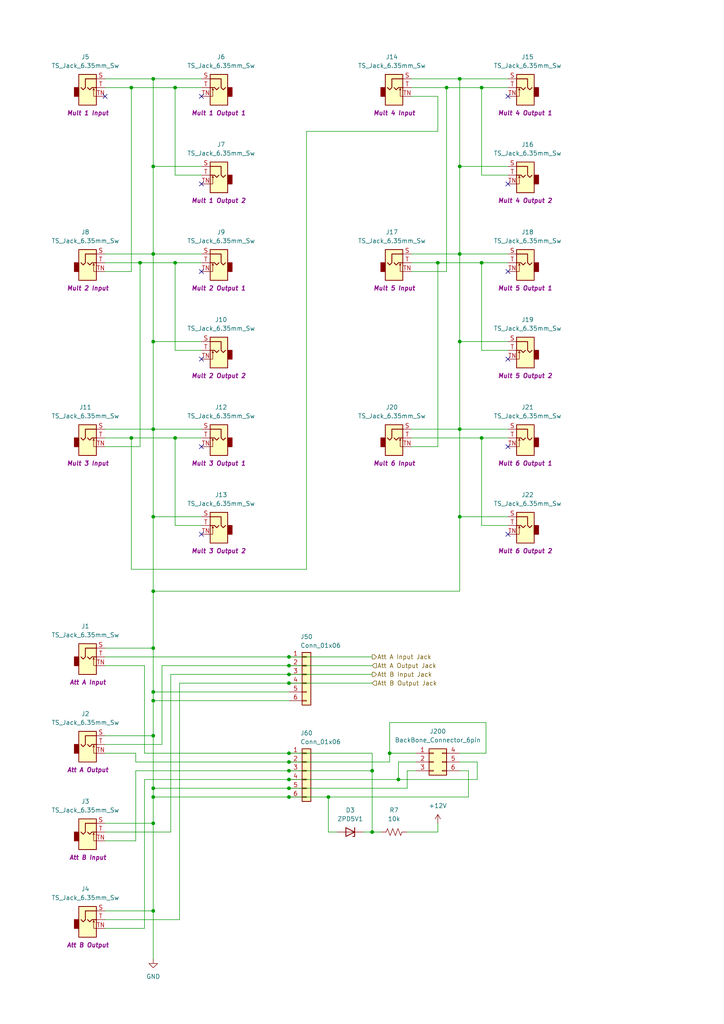
<source format=kicad_sch>
(kicad_sch (version 20231120) (generator "eeschema") (generator_version "8.0")
  (paper "A4" portrait)
  (title_block (company "DMH Instruments") (comment 1 "PCB for 5 cm Kosmo format synthesizer module"))
  (lib_symbols
    (symbol "Connector_Generic:Conn_01x06" (pin_names (offset 1.016) hide)
      (property "Reference" "J" (at 0 7.62 0))
      (property "Value" "Conn_01x06" (at 0 -10.16 0))
      (symbol "Conn_01x06_1_1"
        (rectangle (start -1.27 -7.493) (end 0 -7.747) (stroke (width 0.1524)))
        (rectangle (start -1.27 -4.953) (end 0 -5.207) (stroke (width 0.1524)))
        (rectangle (start -1.27 -2.413) (end 0 -2.667) (stroke (width 0.1524)))
        (rectangle (start -1.27 0.127) (end 0 -0.127) (stroke (width 0.1524)))
        (rectangle (start -1.27 2.667) (end 0 2.413) (stroke (width 0.1524)))
        (rectangle (start -1.27 5.207) (end 0 4.953) (stroke (width 0.1524)))
        (rectangle (start -1.27 6.35) (end 1.27 -8.89) (stroke (width 0.254)) (fill (type background)))
        (pin passive line (at -5.08 5.08 0) (length 3.81) (name "Pin_1") (number "1"))
        (pin passive line (at -5.08 2.54 0) (length 3.81) (name "Pin_2") (number "2"))
        (pin passive line (at -5.08 0 0) (length 3.81) (name "Pin_3") (number "3"))
        (pin passive line (at -5.08 -2.54 0) (length 3.81) (name "Pin_4") (number "4"))
        (pin passive line (at -5.08 -5.08 0) (length 3.81) (name "Pin_5") (number "5"))
        (pin passive line (at -5.08 -7.62 0) (length 3.81) (name "Pin_6") (number "6"))
      )
    )
    (symbol "Device:R_US" (pin_numbers hide) (pin_names (offset 0))
      (property "Reference" "R" (at 2.54 0 90))
      (property "Value" "R_US" (at -2.54 0 90))
      (symbol "R_US_0_1"
        (polyline (pts (xy 0 -2.286) (xy 0 -2.54)))
        (polyline (pts (xy 0 2.286) (xy 0 2.54)))
        (polyline (pts (xy 0 -0.762) (xy 1.016 -1.143) (xy 0 -1.524) (xy -1.016 -1.905) (xy 0 -2.286)))
        (polyline (pts (xy 0 0.762) (xy 1.016 0.381) (xy 0 0) (xy -1.016 -0.381) (xy 0 -0.762)))
        (polyline (pts (xy 0 2.286) (xy 1.016 1.905) (xy 0 1.524) (xy -1.016 1.143) (xy 0 0.762)))
      )
      (symbol "R_US_1_1"
        (pin passive line (at 0 3.81 270) (length 1.27) (name "~") (number "1"))
        (pin passive line (at 0 -3.81 90) (length 1.27) (name "~") (number "2"))
      )
    )
    (symbol "Diode:ZPDxx" (pin_numbers hide) (pin_names hide)
      (property "Reference" "D" (at 0 2.54 0))
      (property "Value" "ZPDxx" (at 0 -2.54 0))
      (symbol "ZPDxx_0_1"
        (polyline (pts (xy 1.27 0) (xy -1.27 0)))
        (polyline (pts (xy -1.27 -1.27) (xy -1.27 1.27) (xy -0.762 1.27)) (stroke (width 0.254)))
        (polyline (pts (xy 1.27 -1.27) (xy 1.27 1.27) (xy -1.27 0) (xy 1.27 -1.27)) (stroke (width 0.254)))
      )
      (symbol "ZPDxx_1_1"
        (pin passive line (at -3.81 0 0) (length 2.54) (name "K") (number "1"))
        (pin passive line (at 3.81 0 180) (length 2.54) (name "A") (number "2"))
      )
    )
    (symbol "SynthStuff:BackBone_Connector_6pin" (pin_names (offset 1.016) hide)
      (property "Reference" "J" (at 1.27 5.08 0))
      (property "Value" "BackBone_Connector_6pin" (at 1.27 -5.08 0))
      (symbol "BackBone_Connector_6pin_1_1"
        (rectangle (start -1.27 -2.413) (end 0 -2.667) (stroke (width 0.1524)))
        (rectangle (start -1.27 0.127) (end 0 -0.127) (stroke (width 0.1524)))
        (rectangle (start -1.27 2.667) (end 0 2.413) (stroke (width 0.1524)))
        (rectangle (start -1.27 3.81) (end 3.81 -3.81) (stroke (width 0.254)) (fill (type background)))
        (rectangle (start 3.81 -2.413) (end 2.54 -2.667) (stroke (width 0.1524)))
        (rectangle (start 3.81 0.127) (end 2.54 -0.127) (stroke (width 0.1524)))
        (rectangle (start 3.81 2.667) (end 2.54 2.413) (stroke (width 0.1524)))
        (pin passive line (at -5.08 2.54 0) (length 3.81) (name "Pin_1") (number "1"))
        (pin passive line (at -5.08 0 0) (length 3.81) (name "Pin_2") (number "2"))
        (pin passive line (at -5.08 -2.54 0) (length 3.81) (name "Pin_3") (number "3"))
        (pin passive line (at 7.62 2.54 180) (length 3.81) (name "Pin_4") (number "4"))
        (pin passive line (at 7.62 0 180) (length 3.81) (name "Pin_5") (number "5"))
        (pin passive line (at 7.62 -2.54 180) (length 3.81) (name "Pin_6") (number "6"))
      )
    )
    (symbol "SynthStuff:TS_Jack_6.35mm_Sw"
      (property "Reference" "J" (at -0.635 8.89 0))
      (property "Value" "TS_Jack_6.35mm_Sw" (at -0.635 6.35 0))
      (symbol "TS_Jack_6.35mm_Sw_0_1"
        (rectangle (start -2.54 0) (end -3.81 -2.54) (stroke (width 0.254)) (fill (type outline)))
        (polyline (pts (xy 1.778 -0.254) (xy 2.032 -0.762)))
        (polyline (pts (xy 0 0) (xy 0.635 -0.635) (xy 1.27 0) (xy 2.54 0)) (stroke (width 0.254)))
        (polyline (pts (xy 2.54 -2.54) (xy 1.778 -2.54) (xy 1.778 -0.254) (xy 1.524 -0.762)))
        (polyline (pts (xy 2.54 2.54) (xy -0.635 2.54) (xy -0.635 0) (xy -1.27 -0.635) (xy -1.905 0)) (stroke (width 0.254)))
        (rectangle (start 2.54 3.81) (end -2.54 -5.08) (stroke (width 0.254)) (fill (type background)))
      )
      (symbol "TS_Jack_6.35mm_Sw_1_1"
        (pin passive line (at 5.08 2.54 180) (length 2.54) (name "~") (number "S"))
        (pin passive line (at 5.08 0 180) (length 2.54) (name "~") (number "T"))
        (pin passive line (at 5.08 -2.54 180) (length 2.54) (name "~") (number "TN"))
      )
    )
    (symbol "power:+12V" (power) (pin_numbers hide) (pin_names (offset 0) hide)
      (property "Value" "+12V" (at 0 3.556 0))
      (symbol "+12V_0_1"
        (polyline (pts (xy -0.762 1.27) (xy 0 2.54)))
        (polyline (pts (xy 0 0) (xy 0 2.54)))
        (polyline (pts (xy 0 2.54) (xy 0.762 1.27)))
      )
      (symbol "+12V_1_1"
        (pin power_in line (at 0 0 90) (length 0) (name "~") (number "1"))
      )
    )
    (symbol "power:GND" (power) (pin_numbers hide) (pin_names (offset 0) hide)
      (property "Value" "GND" (at 0 -3.81 0))
      (symbol "GND_0_1"
        (polyline (pts (xy 0 0) (xy 0 -1.27) (xy 1.27 -1.27) (xy 0 -2.54) (xy -1.27 -1.27) (xy 0 -1.27)))
      )
      (symbol "GND_1_1"
        (pin power_in line (at 0 0 270) (length 0) (name "~") (number "1"))
      )
    )
  )
  (junction (at 44.45 187.96))
  (junction (at 139.7 127))
  (junction (at 44.45 124.46))
  (junction (at 44.45 200.66))
  (junction (at 113.03 218.44))
  (junction (at 127 76.2))
  (junction (at 83.82 198.12))
  (junction (at 44.45 213.36))
  (junction (at 83.82 228.6))
  (junction (at 139.7 25.4))
  (junction (at 129.54 25.4))
  (junction (at 139.7 76.2))
  (junction (at 133.35 124.46))
  (junction (at 95.25 231.14))
  (junction (at 44.45 228.6))
  (junction (at 44.45 149.86))
  (junction (at 38.1 127))
  (junction (at 44.45 171.45))
  (junction (at 38.1 25.4))
  (junction (at 107.95 241.3))
  (junction (at 133.35 99.06))
  (junction (at 133.35 48.26))
  (junction (at 50.8 25.4))
  (junction (at 50.8 127))
  (junction (at 83.82 220.98))
  (junction (at 133.35 149.86))
  (junction (at 44.45 231.14))
  (junction (at 107.95 223.52))
  (junction (at 44.45 99.06))
  (junction (at 83.82 195.58))
  (junction (at 44.45 73.66))
  (junction (at 115.57 226.06))
  (junction (at 50.8 76.2))
  (junction (at 40.64 76.2))
  (junction (at 83.82 218.44))
  (junction (at 83.82 223.52))
  (junction (at 44.45 203.2))
  (junction (at 44.45 264.16))
  (junction (at 83.82 231.14))
  (junction (at 83.82 190.5))
  (junction (at 133.35 73.66))
  (junction (at 44.45 238.76))
  (junction (at 44.45 22.86))
  (junction (at 133.35 22.86))
  (junction (at 83.82 193.04))
  (junction (at 83.82 226.06))
  (junction (at 44.45 48.26))
  (no_connect (at 58.42 104.14))
  (no_connect (at 147.32 154.94))
  (no_connect (at 58.42 53.34))
  (no_connect (at 147.32 53.34))
  (no_connect (at 147.32 27.94))
  (no_connect (at 58.42 78.74))
  (no_connect (at 58.42 129.54))
  (no_connect (at 147.32 78.74))
  (no_connect (at 147.32 104.14))
  (no_connect (at 58.42 27.94))
  (no_connect (at 30.48 27.94))
  (no_connect (at 147.32 129.54))
  (no_connect (at 58.42 154.94))
  (wire (pts (xy 44.45 48.26) (xy 44.45 22.86)))
  (wire (pts (xy 50.8 127) (xy 58.42 127)))
  (wire (pts (xy 118.11 228.6) (xy 118.11 223.52)))
  (wire (pts (xy 30.48 264.16) (xy 44.45 264.16)))
  (wire (pts (xy 115.57 226.06) (xy 115.57 220.98)))
  (wire (pts (xy 30.48 25.4) (xy 38.1 25.4)))
  (wire (pts (xy 38.1 165.1) (xy 88.9 165.1)))
  (wire (pts (xy 83.82 218.44) (xy 107.95 218.44)))
  (wire (pts (xy 133.35 99.06) (xy 133.35 124.46)))
  (wire (pts (xy 41.91 193.04) (xy 41.91 218.44)))
  (wire (pts (xy 44.45 124.46) (xy 44.45 99.06)))
  (wire (pts (xy 139.7 127) (xy 147.32 127)))
  (wire (pts (xy 119.38 124.46) (xy 133.35 124.46)))
  (wire (pts (xy 95.25 241.3) (xy 95.25 231.14)))
  (wire (pts (xy 83.82 195.58) (xy 107.95 195.58)))
  (wire (pts (xy 38.1 25.4) (xy 50.8 25.4)))
  (wire (pts (xy 139.7 101.6) (xy 139.7 76.2)))
  (wire (pts (xy 44.45 149.86) (xy 44.45 171.45)))
  (wire (pts (xy 133.35 171.45) (xy 44.45 171.45)))
  (wire (pts (xy 50.8 25.4) (xy 58.42 25.4)))
  (wire (pts (xy 44.45 231.14) (xy 83.82 231.14)))
  (wire (pts (xy 133.35 48.26) (xy 133.35 22.86)))
  (wire (pts (xy 49.53 241.3) (xy 49.53 195.58)))
  (wire (pts (xy 83.82 231.14) (xy 95.25 231.14)))
  (wire (pts (xy 83.82 226.06) (xy 115.57 226.06)))
  (wire (pts (xy 44.45 228.6) (xy 44.45 231.14)))
  (wire (pts (xy 44.45 171.45) (xy 44.45 187.96)))
  (wire (pts (xy 129.54 25.4) (xy 129.54 78.74)))
  (wire (pts (xy 50.8 101.6) (xy 50.8 76.2)))
  (wire (pts (xy 118.11 223.52) (xy 120.65 223.52)))
  (wire (pts (xy 133.35 149.86) (xy 133.35 171.45)))
  (wire (pts (xy 44.45 203.2) (xy 83.82 203.2)))
  (wire (pts (xy 138.43 226.06) (xy 138.43 220.98)))
  (wire (pts (xy 115.57 226.06) (xy 138.43 226.06)))
  (wire (pts (xy 119.38 25.4) (xy 129.54 25.4)))
  (wire (pts (xy 118.11 241.3) (xy 127 241.3)))
  (wire (pts (xy 58.42 124.46) (xy 44.45 124.46)))
  (wire (pts (xy 30.48 78.74) (xy 38.1 78.74)))
  (wire (pts (xy 119.38 129.54) (xy 127 129.54)))
  (wire (pts (xy 30.48 266.7) (xy 52.07 266.7)))
  (wire (pts (xy 113.03 218.44) (xy 120.65 218.44)))
  (wire (pts (xy 58.42 152.4) (xy 50.8 152.4)))
  (wire (pts (xy 113.03 209.55) (xy 140.97 209.55)))
  (wire (pts (xy 119.38 127) (xy 139.7 127)))
  (wire (pts (xy 41.91 226.06) (xy 83.82 226.06)))
  (wire (pts (xy 139.7 50.8) (xy 139.7 25.4)))
  (wire (pts (xy 140.97 218.44) (xy 133.35 218.44)))
  (wire (pts (xy 41.91 218.44) (xy 83.82 218.44)))
  (wire (pts (xy 83.82 190.5) (xy 107.95 190.5)))
  (wire (pts (xy 147.32 50.8) (xy 139.7 50.8)))
  (wire (pts (xy 135.89 223.52) (xy 135.89 231.14)))
  (wire (pts (xy 58.42 73.66) (xy 44.45 73.66)))
  (wire (pts (xy 83.82 193.04) (xy 46.99 193.04)))
  (wire (pts (xy 38.1 127) (xy 50.8 127)))
  (wire (pts (xy 115.57 220.98) (xy 120.65 220.98)))
  (wire (pts (xy 30.48 218.44) (xy 39.37 218.44)))
  (wire (pts (xy 139.7 25.4) (xy 147.32 25.4)))
  (wire (pts (xy 52.07 266.7) (xy 52.07 198.12)))
  (wire (pts (xy 133.35 124.46) (xy 147.32 124.46)))
  (wire (pts (xy 40.64 76.2) (xy 50.8 76.2)))
  (wire (pts (xy 97.79 241.3) (xy 95.25 241.3)))
  (wire (pts (xy 39.37 220.98) (xy 83.82 220.98)))
  (wire (pts (xy 119.38 76.2) (xy 127 76.2)))
  (wire (pts (xy 127 27.94) (xy 127 38.1)))
  (wire (pts (xy 30.48 124.46) (xy 44.45 124.46)))
  (wire (pts (xy 88.9 38.1) (xy 127 38.1)))
  (wire (pts (xy 113.03 220.98) (xy 113.03 218.44)))
  (wire (pts (xy 107.95 241.3) (xy 110.49 241.3)))
  (wire (pts (xy 49.53 195.58) (xy 83.82 195.58)))
  (wire (pts (xy 133.35 99.06) (xy 133.35 73.66)))
  (wire (pts (xy 40.64 129.54) (xy 40.64 76.2)))
  (wire (pts (xy 105.41 241.3) (xy 107.95 241.3)))
  (wire (pts (xy 58.42 50.8) (xy 50.8 50.8)))
  (wire (pts (xy 30.48 190.5) (xy 83.82 190.5)))
  (wire (pts (xy 50.8 152.4) (xy 50.8 127)))
  (wire (pts (xy 30.48 193.04) (xy 41.91 193.04)))
  (wire (pts (xy 107.95 223.52) (xy 83.82 223.52)))
  (wire (pts (xy 44.45 99.06) (xy 44.45 73.66)))
  (wire (pts (xy 38.1 127) (xy 38.1 165.1)))
  (wire (pts (xy 30.48 76.2) (xy 40.64 76.2)))
  (wire (pts (xy 119.38 73.66) (xy 133.35 73.66)))
  (wire (pts (xy 39.37 218.44) (xy 39.37 220.98)))
  (wire (pts (xy 133.35 124.46) (xy 133.35 149.86)))
  (wire (pts (xy 119.38 78.74) (xy 129.54 78.74)))
  (wire (pts (xy 30.48 22.86) (xy 44.45 22.86)))
  (wire (pts (xy 133.35 48.26) (xy 133.35 73.66)))
  (wire (pts (xy 147.32 101.6) (xy 139.7 101.6)))
  (wire (pts (xy 58.42 99.06) (xy 44.45 99.06)))
  (wire (pts (xy 44.45 238.76) (xy 44.45 264.16)))
  (wire (pts (xy 38.1 25.4) (xy 38.1 78.74)))
  (wire (pts (xy 107.95 223.52) (xy 107.95 218.44)))
  (wire (pts (xy 147.32 99.06) (xy 133.35 99.06)))
  (wire (pts (xy 44.45 203.2) (xy 44.45 213.36)))
  (wire (pts (xy 140.97 209.55) (xy 140.97 218.44)))
  (wire (pts (xy 119.38 27.94) (xy 127 27.94)))
  (wire (pts (xy 139.7 76.2) (xy 147.32 76.2)))
  (wire (pts (xy 58.42 101.6) (xy 50.8 101.6)))
  (wire (pts (xy 30.48 215.9) (xy 46.99 215.9)))
  (wire (pts (xy 127 241.3) (xy 127 238.76)))
  (wire (pts (xy 30.48 73.66) (xy 44.45 73.66)))
  (wire (pts (xy 83.82 228.6) (xy 118.11 228.6)))
  (wire (pts (xy 44.45 213.36) (xy 44.45 228.6)))
  (wire (pts (xy 50.8 76.2) (xy 58.42 76.2)))
  (wire (pts (xy 39.37 243.84) (xy 39.37 223.52)))
  (wire (pts (xy 44.45 149.86) (xy 44.45 124.46)))
  (wire (pts (xy 127 76.2) (xy 127 129.54)))
  (wire (pts (xy 44.45 231.14) (xy 44.45 238.76)))
  (wire (pts (xy 133.35 22.86) (xy 147.32 22.86)))
  (wire (pts (xy 58.42 48.26) (xy 44.45 48.26)))
  (wire (pts (xy 83.82 220.98) (xy 113.03 220.98)))
  (wire (pts (xy 147.32 48.26) (xy 133.35 48.26)))
  (wire (pts (xy 50.8 50.8) (xy 50.8 25.4)))
  (wire (pts (xy 30.48 187.96) (xy 44.45 187.96)))
  (wire (pts (xy 88.9 165.1) (xy 88.9 38.1)))
  (wire (pts (xy 127 76.2) (xy 139.7 76.2)))
  (wire (pts (xy 44.45 73.66) (xy 44.45 48.26)))
  (wire (pts (xy 44.45 264.16) (xy 44.45 278.13)))
  (wire (pts (xy 39.37 223.52) (xy 83.82 223.52)))
  (wire (pts (xy 113.03 218.44) (xy 113.03 209.55)))
  (wire (pts (xy 52.07 198.12) (xy 83.82 198.12)))
  (wire (pts (xy 129.54 25.4) (xy 139.7 25.4)))
  (wire (pts (xy 58.42 149.86) (xy 44.45 149.86)))
  (wire (pts (xy 138.43 220.98) (xy 133.35 220.98)))
  (wire (pts (xy 44.45 187.96) (xy 44.45 200.66)))
  (wire (pts (xy 107.95 241.3) (xy 107.95 223.52)))
  (wire (pts (xy 41.91 269.24) (xy 41.91 226.06)))
  (wire (pts (xy 133.35 223.52) (xy 135.89 223.52)))
  (wire (pts (xy 46.99 193.04) (xy 46.99 215.9)))
  (wire (pts (xy 30.48 129.54) (xy 40.64 129.54)))
  (wire (pts (xy 30.48 213.36) (xy 44.45 213.36)))
  (wire (pts (xy 133.35 73.66) (xy 147.32 73.66)))
  (wire (pts (xy 83.82 198.12) (xy 107.95 198.12)))
  (wire (pts (xy 30.48 243.84) (xy 39.37 243.84)))
  (wire (pts (xy 119.38 22.86) (xy 133.35 22.86)))
  (wire (pts (xy 139.7 152.4) (xy 139.7 127)))
  (wire (pts (xy 30.48 127) (xy 38.1 127)))
  (wire (pts (xy 44.45 200.66) (xy 44.45 203.2)))
  (wire (pts (xy 30.48 241.3) (xy 49.53 241.3)))
  (wire (pts (xy 44.45 22.86) (xy 58.42 22.86)))
  (wire (pts (xy 30.48 238.76) (xy 44.45 238.76)))
  (wire (pts (xy 133.35 149.86) (xy 147.32 149.86)))
  (wire (pts (xy 83.82 193.04) (xy 107.95 193.04)))
  (wire (pts (xy 95.25 231.14) (xy 135.89 231.14)))
  (wire (pts (xy 147.32 152.4) (xy 139.7 152.4)))
  (wire (pts (xy 44.45 200.66) (xy 83.82 200.66)))
  (wire (pts (xy 44.45 228.6) (xy 83.82 228.6)))
  (wire (pts (xy 30.48 269.24) (xy 41.91 269.24)))
  (hierarchical_label "Att A Input Jack" (shape output) (at 107.95 190.5 0))
  (hierarchical_label "Att B Output Jack" (shape input) (at 107.95 198.12 0))
  (hierarchical_label "Att B Input Jack" (shape output) (at 107.95 195.58 0))
  (hierarchical_label "Att A Output Jack" (shape input) (at 107.95 193.04 0))
  (symbol (lib_id "SynthStuff:TS_Jack_6.35mm_Sw") (at 25.4 190.5 0) (unit 1) (on_board no)
    (property "Reference" "J1" (at 24.765 181.61 0))
    (property "Value" "TS_Jack_6.35mm_Sw" (at 24.765 184.15 0))
    (property "Footprint" "SynthStuff:CUI_MJ-63052A" (effects (hide yes)))
    (property "Description" "Audio Jack, 2 Poles (Mono / TS), Switched T Pole (Normalling), 6.35mm, 1/4inch" (effects (hide yes)))
    (property "Function" "Att A Input" (at 25.4 197.866 0) (effects (font (thickness 0.254) (bold yes) (italic yes))))
  )
  (symbol (lib_id "SynthStuff:TS_Jack_6.35mm_Sw") (at 63.5 127 0) (mirror y) (unit 1) (on_board no)
    (property "Reference" "J12" (at 64.135 118.11 0))
    (property "Value" "TS_Jack_6.35mm_Sw" (at 64.135 120.65 0))
    (property "Footprint" "SynthStuff:CUI_MJ-63052A" (effects (hide yes)))
    (property "Description" "Audio Jack, 2 Poles (Mono / TS), Switched T Pole (Normalling), 6.35mm, 1/4inch" (effects (hide yes)))
    (property "Function" "Mult 3 Output 1" (at 63.5 134.366 0) (effects (font (thickness 0.254) (bold yes) (italic yes))))
  )
  (symbol (lib_id "Connector_Generic:Conn_01x06") (at 88.9 195.58 0) (unit 1)
    (property "Reference" "J50" (at 87.122 184.658 0) (effects (justify left)))
    (property "Value" "Conn_01x06" (at 87.122 187.198 0) (effects (justify left)))
    (property "Footprint" "Connector_PinSocket_2.54mm:PinSocket_1x06_P2.54mm_Vertical" (effects (hide yes)))
    (property "Description" "Generic connector, single row, 01x06, script generated (kicad-library-utils/schlib/autogen/connector/)" (effects (hide yes)))
  )
  (symbol (lib_id "SynthStuff:TS_Jack_6.35mm_Sw") (at 152.4 101.6 0) (mirror y) (unit 1) (on_board no)
    (property "Reference" "J19" (at 153.035 92.71 0))
    (property "Value" "TS_Jack_6.35mm_Sw" (at 153.035 95.25 0))
    (property "Footprint" "SynthStuff:CUI_MJ-63052A" (effects (hide yes)))
    (property "Description" "Audio Jack, 2 Poles (Mono / TS), Switched T Pole (Normalling), 6.35mm, 1/4inch" (effects (hide yes)))
    (property "Function" "Mult 5 Output 2" (at 152.4 108.966 0) (effects (font (thickness 0.254) (bold yes) (italic yes))))
  )
  (symbol (lib_id "power:GND") (at 44.45 278.13 0) (unit 1)
    (property "Reference" "#PWR03" (effects (hide yes)))
    (property "Value" "GND" (at 44.45 283.21 0))
    (property "Description" "Power symbol creates a global label with name \"GND\" , ground" (effects (hide yes)))
  )
  (symbol (lib_id "SynthStuff:TS_Jack_6.35mm_Sw") (at 25.4 241.3 0) (unit 1) (on_board no)
    (property "Reference" "J3" (at 24.765 232.41 0))
    (property "Value" "TS_Jack_6.35mm_Sw" (at 24.765 234.95 0))
    (property "Footprint" "SynthStuff:CUI_MJ-63052A" (effects (hide yes)))
    (property "Description" "Audio Jack, 2 Poles (Mono / TS), Switched T Pole (Normalling), 6.35mm, 1/4inch" (effects (hide yes)))
    (property "Function" "Att B Input" (at 25.4 248.666 0) (effects (font (thickness 0.254) (bold yes) (italic yes))))
  )
  (symbol (lib_id "Device:R_US") (at 114.3 241.3 90) (unit 1)
    (property "Reference" "R7" (at 114.3 234.95 90))
    (property "Value" "10k" (at 114.3 237.49 90))
    (property "Footprint" "Resistor_THT:R_Axial_DIN0207_L6.3mm_D2.5mm_P7.62mm_Horizontal" (effects (hide yes)))
    (property "Description" "Resistor, US symbol" (effects (hide yes)))
  )
  (symbol (lib_id "Diode:ZPDxx") (at 101.6 241.3 180) (unit 1)
    (property "Reference" "D3" (at 101.6 234.95 0))
    (property "Value" "ZPD5V1" (at 101.6 237.49 0))
    (property "Footprint" "Diode_THT:D_DO-35_SOD27_P7.62mm_Horizontal" (effects (hide yes)))
    (property "Datasheet" "http://diotec.com/tl_files/diotec/files/pdf/datasheets/zpd1" (effects (hide yes)))
    (property "Description" "500mW Zener Diode, DO-35" (effects (hide yes)))
  )
  (symbol (lib_id "SynthStuff:TS_Jack_6.35mm_Sw") (at 63.5 25.4 0) (mirror y) (unit 1) (on_board no)
    (property "Reference" "J6" (at 64.135 16.51 0))
    (property "Value" "TS_Jack_6.35mm_Sw" (at 64.135 19.05 0))
    (property "Footprint" "SynthStuff:CUI_MJ-63052A" (effects (hide yes)))
    (property "Description" "Audio Jack, 2 Poles (Mono / TS), Switched T Pole (Normalling), 6.35mm, 1/4inch" (effects (hide yes)))
    (property "Function" "Mult 1 Output 1" (at 63.5 32.766 0) (effects (font (thickness 0.254) (bold yes) (italic yes))))
  )
  (symbol (lib_id "SynthStuff:TS_Jack_6.35mm_Sw") (at 114.3 127 0) (unit 1) (on_board no)
    (property "Reference" "J20" (at 113.665 118.11 0))
    (property "Value" "TS_Jack_6.35mm_Sw" (at 113.665 120.65 0))
    (property "Footprint" "SynthStuff:CUI_MJ-63052A" (effects (hide yes)))
    (property "Description" "Audio Jack, 2 Poles (Mono / TS), Switched T Pole (Normalling), 6.35mm, 1/4inch" (effects (hide yes)))
    (property "Function" "Mult 6 Input" (at 114.3 134.366 0) (effects (font (thickness 0.254) (bold yes) (italic yes))))
  )
  (symbol (lib_id "SynthStuff:TS_Jack_6.35mm_Sw") (at 152.4 25.4 0) (mirror y) (unit 1) (on_board no)
    (property "Reference" "J15" (at 153.035 16.51 0))
    (property "Value" "TS_Jack_6.35mm_Sw" (at 153.035 19.05 0))
    (property "Footprint" "SynthStuff:CUI_MJ-63052A" (effects (hide yes)))
    (property "Description" "Audio Jack, 2 Poles (Mono / TS), Switched T Pole (Normalling), 6.35mm, 1/4inch" (effects (hide yes)))
    (property "Function" "Mult 4 Output 1" (at 152.4 32.766 0) (effects (font (thickness 0.254) (bold yes) (italic yes))))
  )
  (symbol (lib_id "SynthStuff:TS_Jack_6.35mm_Sw") (at 63.5 76.2 0) (mirror y) (unit 1) (on_board no)
    (property "Reference" "J9" (at 64.135 67.31 0))
    (property "Value" "TS_Jack_6.35mm_Sw" (at 64.135 69.85 0))
    (property "Footprint" "SynthStuff:CUI_MJ-63052A" (effects (hide yes)))
    (property "Description" "Audio Jack, 2 Poles (Mono / TS), Switched T Pole (Normalling), 6.35mm, 1/4inch" (effects (hide yes)))
    (property "Function" "Mult 2 Output 1" (at 63.5 83.566 0) (effects (font (thickness 0.254) (bold yes) (italic yes))))
  )
  (symbol (lib_id "power:+12V") (at 127 238.76 0) (unit 1)
    (property "Reference" "#PWR04" (effects (hide yes)))
    (property "Value" "+12V" (at 127 233.68 0))
    (property "Description" "Power symbol creates a global label with name \"+12V\"" (effects (hide yes)))
  )
  (symbol (lib_id "SynthStuff:TS_Jack_6.35mm_Sw") (at 152.4 127 0) (mirror y) (unit 1) (on_board no)
    (property "Reference" "J21" (at 153.035 118.11 0))
    (property "Value" "TS_Jack_6.35mm_Sw" (at 153.035 120.65 0))
    (property "Footprint" "SynthStuff:CUI_MJ-63052A" (effects (hide yes)))
    (property "Description" "Audio Jack, 2 Poles (Mono / TS), Switched T Pole (Normalling), 6.35mm, 1/4inch" (effects (hide yes)))
    (property "Function" "Mult 6 Output 1" (at 152.4 134.366 0) (effects (font (thickness 0.254) (bold yes) (italic yes))))
  )
  (symbol (lib_id "SynthStuff:TS_Jack_6.35mm_Sw") (at 25.4 25.4 0) (unit 1) (on_board no)
    (property "Reference" "J5" (at 24.765 16.51 0))
    (property "Value" "TS_Jack_6.35mm_Sw" (at 24.765 19.05 0))
    (property "Footprint" "SynthStuff:CUI_MJ-63052A" (effects (hide yes)))
    (property "Description" "Audio Jack, 2 Poles (Mono / TS), Switched T Pole (Normalling), 6.35mm, 1/4inch" (effects (hide yes)))
    (property "Function" "Mult 1 Input" (at 25.4 32.766 0) (effects (font (thickness 0.254) (bold yes) (italic yes))))
  )
  (symbol (lib_id "SynthStuff:TS_Jack_6.35mm_Sw") (at 63.5 50.8 0) (mirror y) (unit 1) (on_board no)
    (property "Reference" "J7" (at 64.135 41.91 0))
    (property "Value" "TS_Jack_6.35mm_Sw" (at 64.135 44.45 0))
    (property "Footprint" "SynthStuff:CUI_MJ-63052A" (effects (hide yes)))
    (property "Description" "Audio Jack, 2 Poles (Mono / TS), Switched T Pole (Normalling), 6.35mm, 1/4inch" (effects (hide yes)))
    (property "Function" "Mult 1 Output 2" (at 63.5 58.166 0) (effects (font (thickness 0.254) (bold yes) (italic yes))))
  )
  (symbol (lib_id "SynthStuff:TS_Jack_6.35mm_Sw") (at 63.5 101.6 0) (mirror y) (unit 1) (on_board no)
    (property "Reference" "J10" (at 64.135 92.71 0))
    (property "Value" "TS_Jack_6.35mm_Sw" (at 64.135 95.25 0))
    (property "Footprint" "SynthStuff:CUI_MJ-63052A" (effects (hide yes)))
    (property "Description" "Audio Jack, 2 Poles (Mono / TS), Switched T Pole (Normalling), 6.35mm, 1/4inch" (effects (hide yes)))
    (property "Function" "Mult 2 Output 2" (at 63.5 108.966 0) (effects (font (thickness 0.254) (bold yes) (italic yes))))
  )
  (symbol (lib_id "SynthStuff:TS_Jack_6.35mm_Sw") (at 152.4 152.4 0) (mirror y) (unit 1) (on_board no)
    (property "Reference" "J22" (at 153.035 143.51 0))
    (property "Value" "TS_Jack_6.35mm_Sw" (at 153.035 146.05 0))
    (property "Footprint" "SynthStuff:CUI_MJ-63052A" (effects (hide yes)))
    (property "Description" "Audio Jack, 2 Poles (Mono / TS), Switched T Pole (Normalling), 6.35mm, 1/4inch" (effects (hide yes)))
    (property "Function" "Mult 6 Output 2" (at 152.4 159.766 0) (effects (font (thickness 0.254) (bold yes) (italic yes))))
  )
  (symbol (lib_id "Connector_Generic:Conn_01x06") (at 88.9 223.52 0) (unit 1)
    (property "Reference" "J60" (at 87.122 212.598 0) (effects (justify left)))
    (property "Value" "Conn_01x06" (at 87.122 215.138 0) (effects (justify left)))
    (property "Footprint" "Connector_PinSocket_2.54mm:PinSocket_1x06_P2.54mm_Vertical" (effects (hide yes)))
    (property "Description" "Generic connector, single row, 01x06, script generated (kicad-library-utils/schlib/autogen/connector/)" (effects (hide yes)))
  )
  (symbol (lib_id "SynthStuff:TS_Jack_6.35mm_Sw") (at 63.5 152.4 0) (mirror y) (unit 1) (on_board no)
    (property "Reference" "J13" (at 64.135 143.51 0))
    (property "Value" "TS_Jack_6.35mm_Sw" (at 64.135 146.05 0))
    (property "Footprint" "SynthStuff:CUI_MJ-63052A" (effects (hide yes)))
    (property "Description" "Audio Jack, 2 Poles (Mono / TS), Switched T Pole (Normalling), 6.35mm, 1/4inch" (effects (hide yes)))
    (property "Function" "Mult 3 Output 2" (at 63.5 159.766 0) (effects (font (thickness 0.254) (bold yes) (italic yes))))
  )
  (symbol (lib_id "SynthStuff:BackBone_Connector_6pin") (at 125.73 220.98 0) (unit 1)
    (property "Reference" "J200" (at 127 212.09 0))
    (property "Value" "BackBone_Connector_6pin" (at 127 214.63 0))
    (property "Footprint" "SynthStuff:IDC-Header_2x03_P2.54mm_Vertical_BackBone" (effects (hide yes)))
    (property "Description" "Generic connector, double row, 02x03, top/bottom pin numbering scheme (row 1: 1...pins_per_row, row2: pins_per_row+1 ... num_pins), script generated (kicad-library-utils/schlib/autogen/connector/)" (effects (hide yes)))
  )
  (symbol (lib_id "SynthStuff:TS_Jack_6.35mm_Sw") (at 25.4 215.9 0) (unit 1) (on_board no)
    (property "Reference" "J2" (at 24.765 207.01 0))
    (property "Value" "TS_Jack_6.35mm_Sw" (at 24.765 209.55 0))
    (property "Footprint" "SynthStuff:CUI_MJ-63052A" (effects (hide yes)))
    (property "Description" "Audio Jack, 2 Poles (Mono / TS), Switched T Pole (Normalling), 6.35mm, 1/4inch" (effects (hide yes)))
    (property "Function" "Att A Output" (at 25.4 223.266 0) (effects (font (thickness 0.254) (bold yes) (italic yes))))
  )
  (symbol (lib_id "SynthStuff:TS_Jack_6.35mm_Sw") (at 114.3 76.2 0) (unit 1) (on_board no)
    (property "Reference" "J17" (at 113.665 67.31 0))
    (property "Value" "TS_Jack_6.35mm_Sw" (at 113.665 69.85 0))
    (property "Footprint" "SynthStuff:CUI_MJ-63052A" (effects (hide yes)))
    (property "Description" "Audio Jack, 2 Poles (Mono / TS), Switched T Pole (Normalling), 6.35mm, 1/4inch" (effects (hide yes)))
    (property "Function" "Mult 5 Input" (at 114.3 83.566 0) (effects (font (thickness 0.254) (bold yes) (italic yes))))
  )
  (symbol (lib_id "SynthStuff:TS_Jack_6.35mm_Sw") (at 25.4 127 0) (unit 1) (on_board no)
    (property "Reference" "J11" (at 24.765 118.11 0))
    (property "Value" "TS_Jack_6.35mm_Sw" (at 24.765 120.65 0))
    (property "Footprint" "SynthStuff:CUI_MJ-63052A" (effects (hide yes)))
    (property "Description" "Audio Jack, 2 Poles (Mono / TS), Switched T Pole (Normalling), 6.35mm, 1/4inch" (effects (hide yes)))
    (property "Function" "Mult 3 Input" (at 25.4 134.366 0) (effects (font (thickness 0.254) (bold yes) (italic yes))))
  )
  (symbol (lib_id "SynthStuff:TS_Jack_6.35mm_Sw") (at 25.4 266.7 0) (unit 1) (on_board no)
    (property "Reference" "J4" (at 24.765 257.81 0))
    (property "Value" "TS_Jack_6.35mm_Sw" (at 24.765 260.35 0))
    (property "Footprint" "SynthStuff:CUI_MJ-63052A" (effects (hide yes)))
    (property "Description" "Audio Jack, 2 Poles (Mono / TS), Switched T Pole (Normalling), 6.35mm, 1/4inch" (effects (hide yes)))
    (property "Function" "Att B Output" (at 25.4 274.066 0) (effects (font (thickness 0.254) (bold yes) (italic yes))))
  )
  (symbol (lib_id "SynthStuff:TS_Jack_6.35mm_Sw") (at 152.4 76.2 0) (mirror y) (unit 1) (on_board no)
    (property "Reference" "J18" (at 153.035 67.31 0))
    (property "Value" "TS_Jack_6.35mm_Sw" (at 153.035 69.85 0))
    (property "Footprint" "SynthStuff:CUI_MJ-63052A" (effects (hide yes)))
    (property "Description" "Audio Jack, 2 Poles (Mono / TS), Switched T Pole (Normalling), 6.35mm, 1/4inch" (effects (hide yes)))
    (property "Function" "Mult 5 Output 1" (at 152.4 83.566 0) (effects (font (thickness 0.254) (bold yes) (italic yes))))
  )
  (symbol (lib_id "SynthStuff:TS_Jack_6.35mm_Sw") (at 114.3 25.4 0) (unit 1) (on_board no)
    (property "Reference" "J14" (at 113.665 16.51 0))
    (property "Value" "TS_Jack_6.35mm_Sw" (at 113.665 19.05 0))
    (property "Footprint" "SynthStuff:CUI_MJ-63052A" (effects (hide yes)))
    (property "Description" "Audio Jack, 2 Poles (Mono / TS), Switched T Pole (Normalling), 6.35mm, 1/4inch" (effects (hide yes)))
    (property "Function" "Mult 4 Input" (at 114.3 32.766 0) (effects (font (thickness 0.254) (bold yes) (italic yes))))
  )
  (symbol (lib_id "SynthStuff:TS_Jack_6.35mm_Sw") (at 25.4 76.2 0) (unit 1) (on_board no)
    (property "Reference" "J8" (at 24.765 67.31 0))
    (property "Value" "TS_Jack_6.35mm_Sw" (at 24.765 69.85 0))
    (property "Footprint" "SynthStuff:CUI_MJ-63052A" (effects (hide yes)))
    (property "Description" "Audio Jack, 2 Poles (Mono / TS), Switched T Pole (Normalling), 6.35mm, 1/4inch" (effects (hide yes)))
    (property "Function" "Mult 2 Input" (at 25.4 83.566 0) (effects (font (thickness 0.254) (bold yes) (italic yes))))
  )
  (symbol (lib_id "SynthStuff:TS_Jack_6.35mm_Sw") (at 152.4 50.8 0) (mirror y) (unit 1) (on_board no)
    (property "Reference" "J16" (at 153.035 41.91 0))
    (property "Value" "TS_Jack_6.35mm_Sw" (at 153.035 44.45 0))
    (property "Footprint" "SynthStuff:CUI_MJ-63052A" (effects (hide yes)))
    (property "Description" "Audio Jack, 2 Poles (Mono / TS), Switched T Pole (Normalling), 6.35mm, 1/4inch" (effects (hide yes)))
    (property "Function" "Mult 4 Output 2" (at 152.4 58.166 0) (effects (font (thickness 0.254) (bold yes) (italic yes))))
  )
)
</source>
